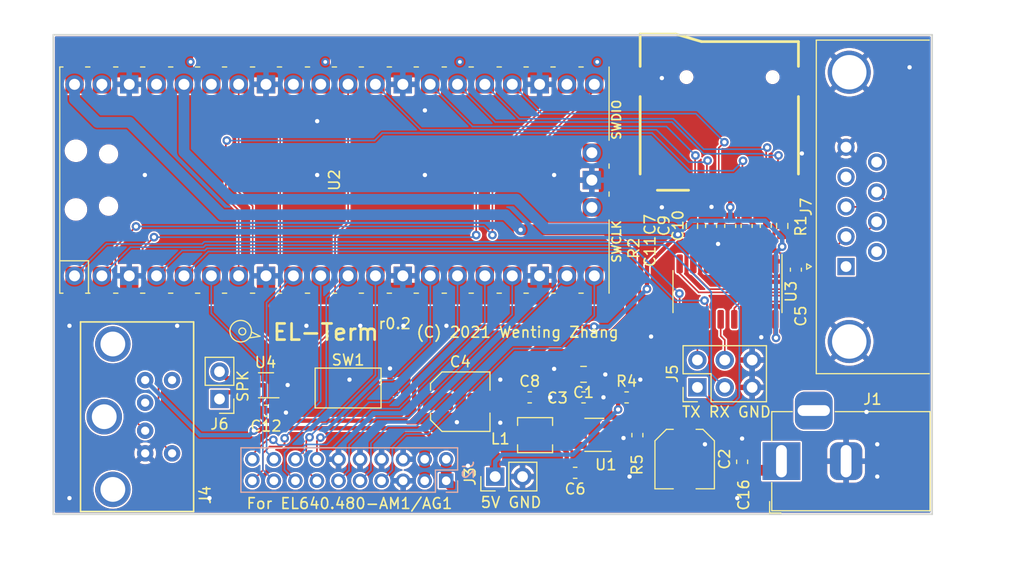
<source format=kicad_pcb>
(kicad_pcb (version 20210228) (generator pcbnew)
  (layers (0 "F.Cu" signal) (31 "B.Cu" signal) (34 "B.Paste" user) (35 "F.Paste" user) (36 "B.SilkS" user "B.Silkscreen") (37 "F.SilkS" user "F.Silkscreen") (38 "B.Mask" user) (39 "F.Mask" user) (44 "Edge.Cuts" user))
  (net 0 "")
  (net 1 "Net-(C5-Pad2)")
  (net 2 "Net-(C9-Pad2)")
  (net 3 "Net-(C9-Pad1)")
  (net 4 "Net-(C10-Pad2)")
  (net 5 "Net-(C11-Pad2)")
  (net 6 "/SWCLK")
  (net 7 "/SWDIO")
  (net 8 "+3V3")
  (net 9 "/UD1")
  (net 10 "/UD2")
  (net 11 "+12V")
  (net 12 "/UD3")
  (net 13 "Net-(C5-Pad1)")
  (net 14 "Net-(C6-Pad2)")
  (net 15 "Net-(C6-Pad1)")
  (net 16 "+5V")
  (net 17 "/LD1")
  (net 18 "/LD2")
  (net 19 "/LD3")
  (net 20 "/KBCLK")
  (net 21 "Net-(J5-Pad4)")
  (net 22 "/UART0_RX")
  (net 23 "/HSYNC")
  (net 24 "/VSYNC")
  (net 25 "Net-(J5-Pad2)")
  (net 26 "/UART0_TX")
  (net 27 "Net-(J6-Pad2)")
  (net 28 "Net-(J6-Pad1)")
  (net 29 "Net-(J7-Pad8)")
  (net 30 "Net-(J7-Pad7)")
  (net 31 "Net-(R4-Pad1)")
  (net 32 "Net-(J7-Pad3)")
  (net 33 "Net-(J7-Pad2)")
  (net 34 "/SD_DAT2")
  (net 35 "/SD_DAT3")
  (net 36 "/SD_CMD")
  (net 37 "/SD_CLK")
  (net 38 "/SD_DAT0")
  (net 39 "/RUN")
  (net 40 "unconnected-(U2-Pad31)")
  (net 41 "/PWM1")
  (net 42 "/PWM0")
  (net 45 "/VSYS")
  (net 46 "/UART0_CTS")
  (net 47 "GND")
  (net 48 "/SD_DAT1")
  (net 49 "/UD0")
  (net 50 "/LD0")
  (net 51 "/VCLK")
  (net 52 "/UART0_RTS")
  (net 53 "/KBDAT")
  (footprint "Capacitor_SMD:C_0603_1608Metric" (layer "F.Cu") (at 123.952 120.65)
    (fp_text reference "C6")
    (fp_text value "100nF")
  )
  (footprint "Capacitor_SMD:C_0603_1608Metric" (layer "F.Cu") (at 119.73 113.65 180)
    (fp_text reference "C8")
    (fp_text value "10uF")
  )
  (footprint "Capacitor_SMD:C_0603_1608Metric" (layer "F.Cu") (at 139.453331 119.628 -90)
    (fp_text reference "C16")
    (fp_text value "100nF")
  )
  (footprint "Inductor_SMD:L_Vishay_IHLP-1212" (layer "F.Cu") (at 120.23 117.15 180)
    (fp_text reference "L1")
    (fp_text value "4.7uH")
  )
  (footprint "Resistor_SMD:R_0603_1608Metric" (layer "F.Cu") (at 128.73 113.65 180)
    (fp_text reference "R4")
    (fp_text value "200K")
  )
  (footprint "Resistor_SMD:R_0603_1608Metric" (layer "F.Cu") (at 129.73 117.15 90)
    (fp_text reference "R5")
    (fp_text value "27K")
  )
  (footprint "Package_TO_SOT_SMD:TSOT-23-6" (layer "F.Cu") (at 125.73 117.15 180)
    (fp_text reference "U1")
    (fp_text value "SY8120")
  )
  (footprint "Connector_BarrelJack:BarrelJack_Horizontal" (layer "F.Cu") (at 143.105331 119.5695 180)
    (fp_text reference "J1")
    (fp_text value "Barrel_Jack_Switch")
  )
  (footprint "Capacitor_SMD:C_0603_1608Metric" (layer "F.Cu") (at 124.73 113.65 180)
    (fp_text reference "C3")
    (fp_text value "100nF")
  )
  (footprint "Package_SO:SO-16_3.9x9.9mm_P1.27mm" (layer "F.Cu") (at 138.095331 103.824 -90)
    (fp_text reference "U3")
    (fp_text value "MAX3232")
  )
  (footprint "Resistor_SMD:R_0603_1608Metric" (layer "F.Cu") (at 134.793331 97.728 90)
    (fp_text reference "R2")
    (fp_text value "10K")
  )
  (footprint "Capacitor_SMD:C_0603_1608Metric" (layer "F.Cu") (at 144.445331 101.792 90)
    (fp_text reference "C5")
    (fp_text value "100nF")
  )
  (footprint "Capacitor_SMD:C_0603_1608Metric" (layer "F.Cu") (at 138.349331 97.728 -90)
    (fp_text reference "C7")
    (fp_text value "10uF")
  )
  (footprint "Connector_PinHeader_2.54mm:PinHeader_1x02_P2.54mm_Vertical" (layer "F.Cu") (at 116.525 121 90)
    (fp_text reference "J3")
    (fp_text value "Conn_01x02")
  )
  (footprint "footprints:RPi_Pico_SMD_TH" (layer "F.Cu") (at 101.6 93.472 90)
    (fp_text reference "U2")
    (fp_text value "Pico")
  )
  (footprint "Button_Switch_SMD:SW_SPST_CK_RS282G05A3" (layer "F.Cu") (at 102.87 112.776)
    (fp_text reference "SW1")
    (fp_text value "SW_Push")
  )
  (footprint "footprints:MINI-DIN-6-FULL-SHIELD" (layer "F.Cu") (at 75.5295 115.441 90)
    (fp_text reference "J4")
    (fp_text value "Mini-DIN-6" hide)
  )
  (footprint "Connector_PinHeader_2.54mm:PinHeader_2x03_P2.54mm_Vertical" (layer "F.Cu") (at 135.301331 112.719 90)
    (fp_text reference "J5")
    (fp_text value "Conn_02x03_Odd_Even")
  )
  (footprint "Capacitor_SMD:C_0603_1608Metric" (layer "F.Cu") (at 139.873331 97.728 90)
    (fp_text reference "C9")
    (fp_text value "100nF")
  )
  (footprint "Capacitor_SMD:C_0805_2012Metric" (layer "F.Cu") (at 124.73 111.506 180)
    (fp_text reference "C1")
    (fp_text value "4.7uF")
  )
  (footprint "Connector_Dsub:DSUB-9_Male_Horizontal_P2.77x2.84mm_EdgePinOffset4.94mm_Housed_MountingHolesOffset7.48mm" (layer "F.Cu") (at 149.1 101.5 90)
    (fp_text reference "J7")
    (fp_text value "DB9_Male_MountingHoles")
  )
  (footprint "Capacitor_SMD:C_Elec_5x5.8" (layer "F.Cu") (at 113.284 114.046)
    (fp_text reference "C4")
    (fp_text value "47uF")
  )
  (footprint "Capacitor_SMD:C_Elec_5x5.8" (layer "F.Cu") (at 134.119331 119.374 -90)
    (fp_text reference "C2")
    (fp_text value "47uF")
  )
  (footprint "Capacitor_SMD:C_0603_1608Metric" (layer "F.Cu") (at 95.25 114.88 180)
    (fp_text reference "C12")
    (fp_text value "100nF")
  )
  (footprint "Resistor_SMD:R_0603_1608Metric" (layer "F.Cu") (at 143.175331 97.728 90)
    (fp_text reference "R1")
    (fp_text value "10K")
  )
  (footprint "Connector_PinHeader_2.54mm:PinHeader_1x02_P2.54mm_Vertical" (layer "F.Cu") (at 90.932 113.797 180)
    (fp_text reference "J6")
    (fp_text value "Conn_01x02")
  )
  (footprint "Capacitor_SMD:C_0603_1608Metric" (layer "F.Cu") (at 136.571331 97.728 -90)
    (fp_text reference "C11")
    (fp_text value "100nF")
  )
  (footprint "Capacitor_SMD:C_0603_1608Metric" (layer "F.Cu") (at 141.651331 97.728 -90)
    (fp_text reference "C10")
    (fp_text value "100nF")
  )
  (footprint "Package_TO_SOT_SMD:SOT-363_SC-70-6" (layer "F.Cu") (at 95.25 112.522 180)
    (fp_text reference "U4")
    (fp_text value "NC7WZ16P6X")
  )
  (footprint "footprints:TFC-WPAPR-08" (layer "F.Cu") (at 137.333331 87.163505 90)
    (fp_text reference "MICRO_SD1" hide)
    (fp_text value "MICRO_SD(TFC-WPAPR-08)")
  )
  (footprint "Connector_PinHeader_2.00mm:PinHeader_2x10_P2.00mm_Vertical" (layer "B.Cu") (at 111.98 121.39 90)
    (fp_text reference "J2")
    (fp_text value "Conn_02x10_Odd_Even")
  )
  (gr_line (start 94.7 107.975) (end 93.675 108.125) (layer "F.SilkS") (width 0.12))
  (gr_circle (center 93.05 107.524845) (end 93.37 107.524845) (layer "F.SilkS") (width 0.12) (fill none))
  (gr_line (start 93.9 107.575) (end 94.7 107.975) (layer "F.SilkS") (width 0.12))
  (gr_circle (center 92.9 107.5) (end 93.9 107.5) (layer "F.SilkS") (width 0.12) (fill none))
  (gr_line (start 75.5 124.5) (end 157.1 124.5) (layer "Edge.Cuts") (width 0.15))
  (gr_line (start 157.1 79.978) (end 75.5 79.978) (layer "Edge.Cuts") (width 0.15))
  (gr_line (start 157.1 124.5) (end 157.1 79.978) (layer "Edge.Cuts") (width 0.15))
  (gr_line (start 75.5 79.978) (end 75.5 124.5) (layer "Edge.Cuts") (width 0.15))
  (gr_text "For EL640.480-AM1/AG1" (at 103 123.5) (layer "F.SilkS") (effects (font (size 1 1))))
  (gr_text "TX RX GND" (at 138 115) (layer "F.SilkS") (effects (font (size 1 1))))
  (gr_text "SPK" (at 93.1 112.6 90) (layer "F.SilkS") (effects (font (size 1 1))))
  (gr_text "EL-Term" (at 100.8 107.6) (layer "F.SilkS") (effects (font (size 1.5 1.5) (thickness 0.25))))
  (gr_text "(C) 2021 Wenting Zhang" (at 118.6 107.6) (layer "F.SilkS") (effects (font (size 1 1))))
  (gr_text "r0.2" (at 107.2 106.8) (layer "F.SilkS") (effects (font (size 1 1))))
  (gr_text "5V GND" (at 118 123.4) (layer "F.SilkS") (effects (font (size 1 1))))
  (segment (start 144.445331 101.017) (end 142.772331 101.017) (width 0.4) (layer "F.Cu") (net 1))
  (segment (start 142.772331 101.017) (end 142.540331 101.249) (width 0.4) (layer "F.Cu") (net 1))
  (segment (start 140.72 97.799669) (end 139.873331 96.953) (width 0.4) (layer "F.Cu") (net 2))
  (segment (start 138.730331 100.934202) (end 140.72 98.944533) (width 0.4) (layer "F.Cu") (net 2))
  (segment (start 138.730331 101.249) (end 138.730331 100.934202) (width 0.4) (layer "F.Cu") (net 2))
  (segment (start 140.72 98.944533) (end 140.72 97.799669) (width 0.4) (layer "F.Cu") (net 2))
  (segment (start 138.766331 99.61) (end 138.09 99.61) (width 0.4) (layer "F.Cu") (net 3))
  (segment (start 137.460331 100.239669) (end 137.460331 101.249) (width 0.4) (layer "F.Cu") (net 3))
  (segment (start 138.09 99.61) (end 137.460331 100.239669) (width 0.4) (layer "F.Cu") (net 3))
  (segment (start 139.873331 98.503) (end 138.766331 99.61) (width 0.4) (layer "F.Cu") (net 3))
  (segment (start 141.270331 99.689669) (end 141.270331 101.249) (width 0.4) (layer "F.Cu") (net 4))
  (segment (start 141.651331 99.308669) (end 141.270331 99.689669) (width 0.4) (layer "F.Cu") (net 4))
  (segment (start 141.651331 98.503) (end 141.651331 99.308669) (width 0.4) (layer "F.Cu") (net 4))
  (segment (start 136.571331 98.503) (end 136.190331 98.884) (width 0.4) (layer "F.Cu") (net 5))
  (segment (start 136.190331 98.884) (end 136.190331 101.249) (width 0.4) (layer "F.Cu") (net 5))
  (segment (start 94.3 112.522) (end 95.092 112.522) (width 0.4) (layer "F.Cu") (net 8))
  (segment (start 143.17 98.558331) (end 143.175331 98.553) (width 0.4) (layer "F.Cu") (net 8))
  (segment (start 95.092 113.53502) (end 94.475 114.15202) (width 0.4) (layer "F.Cu") (net 8))
  (segment (start 142.540331 108.060331) (end 142.6 108.12) (width 0.4) (layer "F.Cu") (net 8))
  (segment (start 130.62 103.58) (end 130.62 101.4) (width 0.4) (layer "F.Cu") (net 8))
  (segment (start 133.533 98.553) (end 133.5 98.52) (width 0.4) (layer "F.Cu") (net 8))
  (segment (start 94.475 114.15202) (end 94.475 115.062) (width 0.4) (layer "F.Cu") (net 8))
  (segment (start 138.349331 94.570145) (end 138.382351 94.537125) (width 0.4) (layer "F.Cu") (net 8))
  (segment (start 113.87 107.08) (end 125.71 107.08) (width 0.4) (layer "F.Cu") (net 8))
  (segment (start 109 114.84) (end 109 111.95) (width 0.4) (layer "F.Cu") (net 8))
  (segment (start 134.793331 98.553) (end 133.533 98.553) (width 0.4) (layer "F.Cu") (net 8))
  (segment (start 108.029989 115.810011) (end 109 114.84) (width 0.4) (layer "F.Cu") (net 8))
  (segment (start 94.475 115.062) (end 95.223011 115.810011) (width 0.4) (layer "F.Cu") (net 8))
  (segment (start 109 111.95) (end 113.87 107.08) (width 0.4) (layer "F.Cu") (net 8))
  (segment (start 130.62 101.4) (end 133.5 98.52) (width 0.4) (layer "F.Cu") (net 8))
  (segment (start 95.223011 115.810011) (end 108.029989 115.810011) (width 0.4) (layer "F.Cu") (net 8))
  (segment (start 143.17 99.65) (end 143.17 98.558331) (width 0.4) (layer "F.Cu") (net 8))
  (segment (start 138.349331 96.953) (end 138.349331 94.570145) (width 0.4) (layer "F.Cu") (net 8))
  (segment (start 142.540331 106.399) (end 142.540331 108.060331) (width 0.4) (layer "F.Cu") (net 8))
  (segment (start 95.092 112.522) (end 95.092 113.53502) (width 0.4) (layer "F.Cu") (net 8))
  (via (at 125.71 107.08) (size 0.8) (drill 0.4) (layers "F.Cu" "B.Cu") (net 8))
  (via (at 88.25 82.5) (size 0.75) (drill 0.35) (layers "F.Cu" "B.Cu") (net 8))
  (via (at 133.5 98.52) (size 0.8) (drill 0.4) (layers "F.Cu" "B.Cu") (net 8))
  (via (at 138.349331 95.990669) (size 0.8) (drill 0.4) (layers "F.Cu" "B.Cu") (net 8))
  (via (at 143.17 99.65) (size 0.8) (drill 0.4) (layers "F.Cu" "B.Cu") (net 8))
  (via (at 130.62 103.58) (size 0.8) (drill 0.4) (layers "F.Cu" "B.Cu") (net 8))
  (via (at 142.6 108.12) (size 0.8) (drill 0.4) (layers "F.Cu" "B.Cu") (net 8))
  (segment (start 141.58 97.24) (end 143.17 98.83) (width 0.4) (layer "B.Cu") (net 8))
  (segment (start 87.63 84.582) (end 87.63 90.86) (width 1) (layer "B.Cu") (net 8))
  (segment (start 134.78 97.24) (end 138.2 97.24) (width 0.4) (layer "B.Cu") (net 8))
  (segment (start 138.349331 95.990669) (end 138.349331 97.090669) (width 0.4) (layer "B.Cu") (net 8))
  (segment (start 87.63 90.86) (end 92.02 95.25) (width 1) (layer "B.Cu") (net 8))
  (segment (start 133.5 98.52) (end 134.78 97.24) (width 0.4) (layer "B.Cu") (net 8))
  (segment (start 138.2 97.24) (end 141.58 97.24) (width 0.4) (layer "B.Cu") (net 8))
  (segment (start 130.62 103.58) (end 127.12 107.08) (width 0.4) (layer "B.Cu") (net 8))
  (segment (start 127.12 107.08) (end 125.71 107.08) (width 0.4) (layer "B.Cu") (net 8))
  (segment (start 143.17 98.83) (end 143.17 99.65) (width 0.4) (layer "B.Cu") (net 8))
  (segment (start 138.349331 97.090669) (end 138.2 97.24) (width 0.4) (layer "B.Cu") (net 8))
  (segment (start 142.6 108.12) (end 142.6 100.22) (width 0.4) (layer "B.Cu") (net 8))
  (segment (start 118.5 95.25) (end 121.24 97.99) (width 1) (layer "B.Cu") (net 8))
  (segment (start 92.02 95.25) (end 118.5 95.25) (width 1) (layer "B.Cu") (net 8))
  (segment (start 132.97 97.99) (end 133.5 98.52) (width 1) (layer "B.Cu") (net 8))
  (segment (start 121.24 97.99) (end 132.97 97.99) (width 1) (layer "B.Cu") (net 8))
  (segment (start 142.6 100.22) (end 143.17 99.65) (width 0.4) (layer "B.Cu") (net 8))
  (segment (start 96.98 117.445) (end 96.98 117.92) (width 0.15) (layer "F.Cu") (net 9))
  (segment (start 94.96 118.83) (end 94.96 120.41) (width 0.15) (layer "F.Cu") (net 9))
  (segment (start 95.58 118.21) (end 94.96 118.83) (width 0.15) (layer "F.Cu") (net 9))
  (segment (start 96.98 117.92) (end 96.69 118.21) (width 0.15) (layer "F.Cu") (net 9))
  (segment (start 94.96 120.41) (end 93.98 121.39) (width 0.15) (layer "F.Cu") (net 9))
  (segment (start 96.69 118.21) (end 95.58 118.21) (width 0.15) (layer "F.Cu") (net 9))
  (via (at 96.98 117.445) (size 0.8) (drill 0.4) (layers "F.Cu" "B.Cu") (net 9))
  (segment (start 96.98 117.37) (end 100.33 114.02) (width 0.15) (layer "B.Cu") (net 9))
  (segment (start 96.98 117.445) (end 96.98 117.37) (width 0.15) (layer "B.Cu") (net 9))
  (segment (start 100.33 114.02) (end 100.33 102.362) (width 0.15) (layer "B.Cu") (net 9))
  (segment (start 95.3 118.71) (end 95.98 119.39) (width 0.15) (layer "B.Cu") (net 10))
  (segment (start 95.3 104.852) (end 95.3 118.71) (width 0.15) (layer "B.Cu") (net 10))
  (segment (start 97.79 102.362) (end 95.3 104.852) (width 0.15) (layer "B.Cu") (net 10))
  (segment (start 124.31 109.87) (end 123.955 110.225) (width 1) (layer "F.Cu") (net 11))
  (segment (start 124.42 116.2) (end 124.42 115.89) (width 0.4) (layer "F.Cu") (net 11))
  (segment (start 131.95 110.45) (end 131.37 109.87) (width 1) (layer "F.Cu") (net 11))
  (segment (start 123.9425 111.5185) (end 123.955 111.506) (width 0.4) (layer "F.Cu") (net 11))
  (segment (start 139.453331 120.4155) (end 142.259331 120.4155) (width 1) (layer "F.Cu") (net 11))
  (segment (start 134.119331 121.4365) (end 138.432331 121.4365) (width 1) (layer "F.Cu") (net 11))
  (segment (start 131.95 119.267169) (end 131.95 110.45) (width 1) (layer "F.Cu") (net 11))
  (segment (start 142.259331 120.4155) (end 143.105331 119.5695) (width 1) (layer "F.Cu") (net 11))
  (segment (start 132.495831 123.06) (end 113.65 123.06) (width 1) (layer "F.Cu") (net 11))
  (segment (start 131.37 109.87) (end 124.31 109.87) (width 1) (layer "F.Cu") (net 11))
  (segment (start 134.119331 121.4365) (end 131.95 119.267169) (width 1) (layer "F.Cu") (net 11))
  (segment (start 124.42 117.15) (end 124.42 116.2) (width 0.4) (layer "F.Cu") (net 11))
  (segment (start 123.955 110.225) (end 123.9425 110.2375) (width 1) (layer "F.Cu") (net 11))
  (segment (start 113.65 123.06) (end 111.98 121.39) (width 1) (layer "F.Cu") (net 11))
  (segment (start 123.9425 113.65) (end 123.9425 115.7225) (width 1) (layer "F.Cu") (net 11))
  (segment (start 123.9425 115.7225) (end 124.42 116.2) (width 1) (layer "F.Cu") (net 11))
  (segment (start 123.955 110.225) (end 123.955 111.506) (width 1) (layer "F.Cu") (net 11))
  (segment (start 138.432331 121.4365) (end 139.453331 120.4155) (width 1) (layer "F.Cu") (net 11))
  (segment (start 111.98 121.39) (end 111.98 119.39) (width 1) (layer "F.Cu") (net 11))
  (segment (start 123.9425 110.2375) (end 123.9425 113.65) (width 1) (layer "F.Cu") (net 11))
  (segment (start 132.495831 123.06) (end 134.119331 121.4365) (width 1) (layer "F.Cu") (net 11))
  (segment (start 90.17 102.362) (end 90.17 105.84) (width 0.15) (layer "B.Cu") (net 12))
  (segment (start 94.96 110.63) (end 94.96 120.37) (width 0.15) (layer "B.Cu") (net 12))
  (segment (start 90.17 105.84) (end 94.96 110.63) (width 0.15) (layer "B.Cu") (net 12))
  (segment (start 94.96 120.37) (end 95.98 121.39) (width 0.15) (layer "B.Cu") (net 12))
  (segment (start 140.58 102.91) (end 143.13 102.91) (width 0.4) (layer "F.Cu") (net 13))
  (segment (start 140.000331 101.249) (end 140.000331 102.330331) (width 0.4) (layer "F.Cu") (net 13))
  (segment (start 140.000331 102.330331) (end 140.58 102.91) (width 0.4) (layer "F.Cu") (net 13))
  (segment (start 143.473 102.567) (end 144.445331 102.567) (width 0.4) (layer "F.Cu") (net 13))
  (segment (start 143.13 102.91) (end 143.473 102.567) (width 0.4) (layer "F.Cu") (net 13))
  (segment (start 124.7395 120.65) (end 124.7395 120.1505) (width 0.4) (layer "F.Cu") (net 14))
  (segment (start 124.7395 120.1505) (end 126.79 118.1) (width 0.4) (layer "F.Cu") (net 14))
  (segment (start 126.79 118.1) (end 127.04 118.1) (width 0.4) (layer "F.Cu") (net 14))
  (segment (start 124.42 118.1) (end 122.53 118.1) (width 0.4) (layer "F.Cu") (net 15))
  (segment (start 122.53 118.1) (end 123.1645 118.7345) (width 0.4) (layer "F.Cu") (net 15))
  (segment (start 123.1645 118.7345) (end 123.1645 120.65) (width 0.4) (layer "F.Cu") (net 15))
  (segment (start 122.53 118.1) (end 121.58 117.15) (width 0.4) (layer "F.Cu") (net 15))
  (segment (start 126.82 108.5) (end 121.29 108.5) (width 1) (layer "F.Cu") (net 16))
  (segment (start 109.807 116.51) (end 110.8435 117.5465) (width 0.4) (layer "F.Cu") (net 16))
  (segment (start 94.625216 116.73) (end 94.845216 116.51) (width 0.4) (layer "F.Cu") (net 16))
  (segment (start 109.98 118.41) (end 109.98 121.39) (width 1) (layer "F.Cu") (net 16))
  (segment (start 127.9425 114.7675) (end 127.94 114.77) (width 0.4) (layer "F.Cu") (net 16))
  (segment (start 118.88 117.15) (end 118.88 113.7125) (width 1) (layer "F.Cu") (net 16))
  (segment (start 118.9425 110.8475) (end 118.9425 113.65) (width 1) (layer "F.Cu") (net 16))
  (segment (start 118.89 98.09) (end 126.85 98.09) (width 1) (layer "F.Cu") (net 16))
  (segment (start 94.845216 116.51) (end 109.807 116.51) (width 0.4) (layer "F.Cu") (net 16))
  (segment (start 110.8435 117.5465) (end 109.98 118.41) (width 1) (layer "F.Cu") (net 16))
  (segment (start 129.15 100.39) (end 129.15 106.17) (width 1) (layer "F.Cu") (net 16))
  (segment (start 94.12 116.73) (end 94.625216 116.73) (width 0.4) (layer "F.Cu") (net 16))
  (segment (start 127.9425 113.65) (end 127.9425 114.7675) (width 0.4) (layer "F.Cu") (net 16))
  (segment (start 115.3465 114.046) (end 115.3465 117.5465) (width 1) (layer "F.Cu") (net 16))
  (segment (start 118.9425 113.65) (end 115.7425 113.65) (width 1) (layer "F.Cu") (net 16))
  (segment (start 126.85 98.09) (end 129.15 100.39) (width 1) (layer "F.Cu") (net 16))
  (segment (start 118.88 113.7125) (end 118.9425 113.65) (width 1) (layer "F.Cu") (net 16))
  (segment (start 129.15 106.17) (end 126.82 108.5) (width 1) (layer "F.Cu") (net 16))
  (segment (start 116.525 119.112) (end 116.525 121) (width 1) (layer "F.Cu") (net 16))
  (segment (start 121.29 108.5) (end 118.9425 110.8475) (width 1) (layer "F.Cu") (net 16))
  (segment (start 115.7425 113.65) (end 115.3465 114.046) (width 1) (layer "F.Cu") (net 16))
  (segment (start 115.3465 117.9335) (end 116.525 119.112) (width 1) (layer "F.Cu") (net 16))
  (segment (start 115.3465 117.5465) (end 115.3465 117.9335) (width 1) (layer "F.Cu") (net 16))
  (segment (start 115.3465 117.5465) (end 110.8435 117.5465) (width 1) (layer "F.Cu") (net 16))
  (via (at 118.89 98.09) (size 0.8) (drill 0.4) (layers "F.Cu" "B.Cu") (net 16))
  (via (at 127.94 114.77) (size 0.8) (drill 0.4) (layers "F.Cu" "B.Cu") (net 16))
  (via (at 94.12 116.73) (size 0.8) (drill 0.4) (layers "F.Cu" "B.Cu") (net 16))
  (segment (start 93.69 117.16) (end 94.12 116.73) (width 0.4) (layer "B.Cu") (net 16))
  (segment (start 127.94 114.77) (end 123.75 118.96) (width 0.4) (layer "B.Cu") (net 16))
  (segment (start 116.525 119.605) (end 116.525 121) (width 0.4) (layer "B.Cu") (net 16))
  (segment (start 79.6 88.11) (end 82.57 88.11) (width 1) (layer "B.Cu") (net 16))
  (segment (start 89.1485 117.16) (end 93.69 117.16) (width 0.4) (layer "B.Cu") (net 16))
  (segment (start 77.47 84.582) (end 77.47 85.98) (width 1) (layer "B.Cu") (net 16))
  (segment (start 117.49 96.69) (end 118.89 98.09) (width 1) (layer "B.Cu") (net 16))
  (segment (start 82.57 88.11) (end 91.15 96.69) (width 1) (layer "B.Cu") (net 16))
  (segment (start 123.75 118.96) (end 117.17 118.96) (width 0.4) (layer "B.Cu") (net 16))
  (segment (start 77.47 85.98) (end 79.6 88.11) (width 1) (layer "B.Cu") (net 16))
  (segment (start 84.0295 112.041) (end 89.1485 117.16) (width 0.4) (layer "B.Cu") (net 16))
  (segment (start 91.15 96.69) (end 117.49 96.69) (width 1) (layer "B.Cu") (net 16))
  (segment (start 117.17 118.96) (end 116.525 119.605) (width 0.4) (layer "B.Cu") (net 16))
  (segment (start 106.69 114.1) (end 113.03 107.76) (width 0.15) (layer "B.Cu") (net 17))
  (segment (start 98.645708 118.3) (end 98.925728 118.01998) (width 0.15) (layer "B.Cu") (net 17))
  (segment (start 97.98 121.39) (end 96.97 120.38) (width 0.15) (layer "B.Cu") (net 17))
  (segment (start 96.97 118.79) (end 97.46 118.3) (width 0.15) (layer "B.Cu") (net 17))
  (segment (start 97.46 118.3) (end 98.645708 118.3) (width 0.15) (layer "B.Cu") (net 17))
  (segment (start 100.88002 118.01998) (end 104.8 114.1) (width 0.15) (layer "B.Cu") (net 17))
  (segment (start 98.925728 118.01998) (end 100.88002 118.01998) (width 0.15) (layer "B.Cu") (net 17))
  (segment (start 113.03 107.76) (end 113.03 102.362) (width 0.15) (layer "B.Cu") (net 17))
  (segment (start 104.8 114.1) (end 106.69 114.1) (width 0.15) (layer "B.Cu") (net 17))
  (segment (start 96.97 120.38) (end 96.97 118.79) (width 0.15) (layer "B.Cu") (net 17))
  (segment (start 99.98 117.7) (end 99.98 119.39) (width 0.15) (layer "F.Cu") (net 18))
  (segment (start 100.3 117.38) (end 99.98 117.7) (width 0.15) (layer "F.Cu") (net 18))
  (via (at 100.3 117.38) (size 0.8) (drill 0.4) (layers "F.Cu" "B.Cu") (net 18))
  (segment (start 110.51 102.382) (end 110.49 102.362) (width 0.15) (layer "B.Cu") (net 18))
  (segment (start 110.51 108.51) (end 110.51 102.382) (width 0.15) (layer "B.Cu") (net 18))
  (segment (start 100.71 117.38) (end 106.05 112.04) (width 0.15) (layer "B.Cu") (net 18))
  (segment (start 106.98 112.04) (end 110.51 108.51) (width 0.15) (layer "B.Cu") (net 18))
  (segment (start 106.05 112.04) (end 106.98 112.04) (width 0.15) (layer "B.Cu") (net 18))
  (segment (start 100.3 117.38) (end 100.71 117.38) (width 0.15) (layer "B.Cu") (net 18))
  (segment (start 99.29 117.35) (end 98.99 117.65) (width 0.15) (layer "F.Cu") (net 19))
  (segment (start 98.99 120.4) (end 99.98 121.39) (width 0.15) (layer "F.Cu") (net 19))
  (segment (start 98.99 117.65) (end 98.99 120.4) (width 0.15) (layer "F.Cu") (net 19))
  (via (at 99.29 117.35) (size 0.8) (drill 0.4) (layers "F.Cu" "B.Cu") (net 19))
  (segment (start 100.88 116.12) (end 105.41 111.59) (width 0.15) (layer "B.Cu") (net 19))
  (segment (start 99.29 117.35) (end 99.29 117.3) (width 0.15) (layer "B.Cu") (net 19))
  (segment (start 99.29 117.3) (end 100.47 116.12) (width 0.15) (layer "B.Cu") (net 19))
  (segment (start 105.41 111.59) (end 105.41 102.362) (width 0.15) (layer "B.Cu") (net 19))
  (segment (start 100.47 116.12) (end 100.88 116.12) (width 0.15) (layer "B.Cu") (net 19))
  (segment (start 85.27 110.93) (end 83.79 109.45) (width 0.15) (layer "F.Cu") (net 20))
  (segment (start 83.79 109.45) (end 83.79 99.83) (width 0.15) (layer "F.Cu") (net 20))
  (segment (start 123.19 84.582) (end 114.763841 93.008159) (width 0.15) (layer "F.Cu") (net 20))
  (segment (start 114.763841 93.008159) (end 114.763841 98.574957) (width 0.15) (layer "F.Cu") (net 20))
  (segment (start 85.27 117.5815) (end 85.27 110.93) (width 0.15) (layer "F.Cu") (net 20))
  (segment (start 83.79 99.83) (end 84.85 98.77) (width 0.15) (layer "F.Cu") (net 20))
  (segment (start 86.5295 118.841) (end 85.27 117.5815) (width 0.15) (layer "F.Cu") (net 20))
  (via (at 114.763841 98.574957) (size 0.8) (drill 0.4) (layers "F.Cu" "B.Cu") (net 20))
  (via (at 84.85 98.77) (size 0.8) (drill 0.4) (layers "F.Cu" "B.Cu") (net 20))
  (segment (start 114.568798 98.77) (end 114.763841 98.574957) (width 0.15) (layer "B.Cu") (net 20))
  (segment (start 84.85 98.77) (end 114.568798 98.77) (width 0.15) (layer "B.Cu") (net 20))
  (segment (start 137.841331 110.179) (end 137.841331 108.32) (width 0.15) (layer "F.Cu") (net 21))
  (segment (start 137.841331 108.32) (end 137.460331 107.939) (width 0.15) (layer "F.Cu") (net 21))
  (segment (start 137.460331 107.939) (end 137.460331 106.399) (width 0.15) (layer "F.Cu") (net 21))
  (segment (start 80.01 102.362) (end 82.672022 99.699978) (width 0.15) (layer "B.Cu") (net 22))
  (segment (start 132.231309 99.499978) (end 136.589331 103.858) (width 0.15) (layer "B.Cu") (net 22))
  (segment (start 82.672022 99.699978) (end 89.443464 99.699978) (width 0.15) (layer "B.Cu") (net 22))
  (segment (start 136.589331 111.467) (end 137.841331 112.719) (width 0.15) (layer "B.Cu") (net 22))
  (segment (start 136.589331 103.858) (end 136.589331 111.467) (width 0.15) (layer "B.Cu") (net 22))
  (segment (start 89.443464 99.699978) (end 89.643464 99.499978) (width 0.15) (layer "B.Cu") (net 22))
  (segment (start 132.231309 99.499978) (end 134.709309 101.977978) (width 0.15) (layer "B.Cu") (net 22))
  (segment (start 89.643464 99.499978) (end 132.231309 99.499978) (width 0.15) (layer "B.Cu") (net 22))
  (segment (start 109.232 116.32) (end 106.57 116.32) (width 0.15) (layer "B.Cu") (net 23))
  (segment (start 104.99 120.38) (end 103.98 121.39) (width 0.15) (layer "B.Cu") (net 23))
  (segment (start 123.19 102.362) (end 109.232 116.32) (width 0.15) (layer "B.Cu") (net 23))
  (segment (start 106.57 116.32) (end 104.99 117.9) (width 0.15) (layer "B.Cu") (net 23))
  (segment (start 104.99 117.9) (end 104.99 120.38) (width 0.15) (layer "B.Cu") (net 23))
  (segment (start 125.73 106.06) (end 122.68 109.11) (width 0.15) (layer "B.Cu") (net 24))
  (segment (start 122.68 109.11) (end 118.24 109.11) (width 0.15) (layer "B.Cu") (net 24))
  (segment (start 118.24 109.11) (end 110.29 117.06) (width 0.15) (layer "B.Cu") (net 24))
  (segment (start 110.29 117.06) (end 108.23 117.06) (width 0.15) (layer "B.Cu") (net 24))
  (segment (start 106.98 120.39) (end 105.98 121.39) (width 0.15) (layer "B.Cu") (net 24))
  (segment (start 106.98 118.31) (end 106.98 120.39) (width 0.15) (layer "B.Cu") (net 24))
  (segment (start 108.23 117.06) (end 106.98 118.31) (width 0.15) (layer "B.Cu") (net 24))
  (segment (start 125.73 102.362) (end 125.73 106.06) (width 0.15) (layer "B.Cu") (net 24))
  (segment (start 135.301331 110.179) (end 135.301331 108.8) (width 0.15) (layer "F.Cu") (net 25))
  (segment (start 134.920331 108.419) (end 134.920331 106.399) (width 0.15) (layer "F.Cu") (net 25))
  (segment (start 135.301331 108.8) (end 134.920331 108.419) (width 0.15) (layer "F.Cu") (net 25))
  (segment (start 139.199331 105.308) (end 139.199331 113.628) (width 0.15) (layer "B.Cu") (net 26))
  (segment (start 139.199331 113.628) (end 138.569331 114.258) (width 0.15) (layer "B.Cu") (net 26))
  (segment (start 80.432033 99.399967) (end 89.319195 99.399967) (width 0.15) (layer "B.Cu") (net 26))
  (segment (start 133.091298 99.199967) (end 135.569298 101.677967) (width 0.15) (layer "B.Cu") (net 26))
  (segment (start 133.091298 99.199967) (end 139.199331 105.308) (width 0.15) (layer "B.Cu") (net 26))
  (segment (start 138.569331 114.258) (end 136.840331 114.258) (width 0.15) (layer "B.Cu") (net 26))
  (segment (start 89.319195 99.399967) (end 89.519197 99.199967) (width 0.15) (layer "B.Cu") (net 26))
  (segment (start 136.840331 114.258) (end 135.301331 112.719) (width 0.15) (layer "B.Cu") (net 26))
  (segment (start 89.519197 99.199967) (end 133.091298 99.199967) (width 0.15) (layer "B.Cu") (net 26))
  (segment (start 77.47 102.362) (end 80.432033 99.399967) (width 0.15) (layer "B.Cu") (net 26))
  (segment (start 94.3 111.872) (end 91.547 111.872) (width 0.4) (layer "F.Cu") (net 27))
  (segment (start 91.547 111.872) (end 90.932 111.257) (width 0.4) (layer "F.Cu") (net 27))
  (segment (start 94.3 113.172) (end 91.557 113.172) (width 0.4) (layer "F.Cu") (net 28))
  (segment (start 91.557 113.172) (end 90.932 113.797) (width 0.4) (layer "F.Cu") (net 28))
  (segment (start 140.000331 105.397) (end 140.649331 104.748) (width 0.15) (layer "F.Cu") (net 29))
  (segment (start 140.000331 106.399) (end 140.000331 105.397) (width 0.15) (layer "F.Cu") (net 29))
  (segment (start 153.009331 104.748) (end 154.229342 103.527989) (width 0.15) (layer "F.Cu") (net 29))
  (segment (start 154.229342 103.527989) (end 154.229342 96.864342) (width 0.15) (layer "F.Cu") (net 29))
  (segment (start 154.229342 96.864342) (end 151.94 94.575) (width 0.15) (layer "F.Cu") (net 29))
  (segment (start 140.649331 104.748) (end 153.009331 104.748) (width 0.15) (layer "F.Cu") (net 29))
  (segment (start 133.650331 101.249) (end 133.650331 102.124) (width 0.15) (layer "F.Cu") (net 30))
  (segment (start 150.549331 98.735669) (end 151.94 97.345) (width 0.15) (layer "F.Cu") (net 30))
  (segment (start 150.549331 102.578) (end 150.549331 98.735669) (width 0.15) (layer "F.Cu") (net 30))
  (segment (start 145.8136 103.898011) (end 145.8736 103.838011) (width 0.15) (layer "F.Cu") (net 30))
  (segment (start 133.650331 102.124) (end 135.424342 103.898011) (width 0.15) (layer "F.Cu") (net 30))
  (segment (start 135.424342 103.898011) (end 145.8136 103.898011) (width 0.15) (layer "F.Cu") (net 30))
  (segment (start 145.8736 103.838011) (end 149.28932 103.838011) (width 0.15) (layer "F.Cu") (net 30))
  (segment (start 149.28932 103.838011) (end 150.549331 102.578) (width 0.15) (layer "F.Cu") (net 30))
  (segment (start 129.5175 113.65) (end 129.5175 116.15) (width 0.4) (layer "F.Cu") (net 31))
  (segment (start 127.2025 116.3625) (end 127.04 116.2) (width 0.4) (layer "F.Cu") (net 31))
  (segment (start 129.5175 116.15) (end 129.73 116.3625) (width 0.4) (layer "F.Cu") (net 31))
  (segment (start 129.73 116.3625) (end 127.2025 116.3625) (width 0.4) (layer "F.Cu") (net 31))
  (segment (start 139.899309 104.198022) (end 138.730331 105.367) (width 0.15) (layer "F.Cu") (net 32))
  (segment (start 149.1 95.96) (end 152.371331 95.96) (width 0.15) (layer "F.Cu") (net 32))
  (segment (start 152.409331 104.148) (end 148.769331 104.148) (width 0.15) (layer "F.Cu") (net 32))
  (segment (start 152.359309 104.198022) (end 139.899309 104.198022) (width 0.15) (layer "F.Cu") (net 32))
  (segment (start 153.339331 103.218) (end 152.409331 104.148) (width 0.15) (layer "F.Cu") (net 32))
  (segment (start 138.730331 105.367) (end 138.730331 106.399) (width 0.15) (layer "F.Cu") (net 32))
  (segment (start 153.339331 96.928) (end 153.339331 103.218) (width 0.15) (layer "F.Cu") (net 32))
  (segment (start 152.371331 95.96) (end 153.339331 96.928) (width 0.15) (layer "F.Cu") (net 32))
  (segment (start 152.409331 104.148) (end 152.359309 104.198022) (width 0.15) (layer "F.Cu") (net 32))
  (segment (start 136.389331 103.598) (end 134.920331 102.129) (width 0.15) (layer "F.Cu") (net 33))
  (segment (start 149.1 98.73) (end 147.019331 100.810668) (width 0.15) (layer "F.Cu") (net 33))
  (segment (start 147.019331 100.810668) (end 147.019331 102.268) (width 0.15) (layer "F.Cu") (net 33))
  (segment (start 145.689331 103.598) (end 136.389331 103.598) (width 0.15) (layer "F.Cu") (net 33))
  (segment (start 147.019331 102.268) (end 145.689331 103.598) (width 0.15) (layer "F.Cu") (net 33))
  (segment (start 134.920331 102.129) (end 134.920331 101.249) (width 0.15) (layer "F.Cu") (net 33))
  (segment (start 147.019331 100.810668) (end 147.019331 101.388) (width 0.15) (layer "F.Cu") (net 33))
  (segment (start 134.793331 96.903) (end 134.793331 94.829225) (width 0.15) (layer "F.Cu") (net 34))
  (segment (start 135.085431 91.216499) (end 135.11894 91.18299) (width 0.15) (layer "F.Cu") (net 34))
  (segment (start 134.793331 94.829225) (end 135.085431 94.537125) (width 0.15) (layer "F.Cu") (net 34))
  (segment (start 135.085431 94.537125) (end 135.085431 91.216499) (width 0.15) (layer "F.Cu") (net 34))
  (via (at 135.11894 91.18299) (size 0.8) (drill 0.4) (layers "F.Cu" "B.Cu") (net 34))
  (segment (start 110.49 84.582) (end 114.407978 88.499978) (width 0.15) (layer "B.Cu") (net 34))
  (segment (start 132.435928 88.499978) (end 135.11894 91.18299) (width 0.15) (layer "B.Cu") (net 34))
  (segment (start 114.407978 88.499978) (end 132.435928 88.499978) (width 0.15) (layer "B.Cu") (net 34))
  (segment (start 134.94393 91.358) (end 135.11894 91.18299) (width 0.15) (layer "B.Cu") (net 34))
  (segment (start 136.249331 91.658) (end 136.185251 91.72208) (width 0.15) (layer "F.Cu") (net 35))
  (segment (start 136.185251 91.72208) (end 136.185251 94.537125) (width 0.15) (layer "F.Cu") (net 35))
  (via (at 136.249331 91.658) (size 0.8) (drill 0.4) (layers "F.Cu" "B.Cu") (net 35))
  (segment (start 131.499989 88.799989) (end 134.508001 91.808001) (width 0.15) (layer "B.Cu") (net 35))
  (segment (start 109.627989 88.799989) (end 131.499989 88.799989) (width 0.15) (layer "B.Cu") (net 35))
  (segment (start 134.508001 91.808001) (end 136.09933 91.808001) (width 0.15) (layer "B.Cu") (net 35))
  (segment (start 105.41 84.582) (end 109.627989 88.799989) (width 0.15) (layer "B.Cu") (net 35))
  (segment (start 136.099331 91.808) (end 136.249331 91.658) (width 0.15) (layer "B.Cu") (net 35))
  (segment (start 136.09933 91.808001) (end 136.249331 91.658) (width 0.15) (layer "B.Cu") (net 35))
  (segment (start 137.285071 90.478771) (end 137.810852 89.95299) (width 0.15) (layer "F.Cu") (net 36))
  (segment (start 137.285071 94.537125) (end 137.285071 90.478771) (width 0.15) (layer "F.Cu") (net 36))
  (via (at 137.810852 89.95299) (size 0.8) (drill 0.4) (layers "F.Cu" "B.Cu") (net 36))
  (segment (start 118.11 84.582) (end 120.828 87.3) (width 0.15) (layer "B.Cu") (net 36))
  (segment (start 135.157862 87.3) (end 137.810852 89.95299) (width 0.15) (layer "B.Cu") (net 36))
  (segment (start 120.828 87.3) (end 135.157862 87.3) (width 0.15) (layer "B.Cu") (net 36))
  (segment (start 92.71 102.362) (end 92.71 96.28) (width 0.15) (layer "F.Cu") (net 37))
  (segment (start 92.71 96.28) (end 91.52 95.09) (width 0.15) (layer "F.Cu") (net 37))
  (segment (start 91.52 95.09) (end 91.52 89.89) (width 0.15) (layer "F.Cu") (net 37))
  (segment (start 139.482171 91.736152) (end 139.535313 91.68301) (width 0.15) (layer "F.Cu") (net 37))
  (segment (start 139.482171 94.537125) (end 139.482171 91.736152) (width 0.15) (layer "F.Cu") (net 37))
  (segment (start 91.52 89.89) (end 91.61 89.8) (width 0.15) (layer "F.Cu") (net 37))
  (via (at 91.61 89.8) (size 0.8) (drill 0.4) (layers "F.Cu" "B.Cu") (net 37))
  (via (at 139.535313 91.68301) (size 0.8) (drill 0.4) (layers "F.Cu" "B.Cu") (net 37))
  (segment (start 106.04 89.1) (end 131.1 89.1) (width 0.15) (layer "B.Cu") (net 37))
  (segment (start 105.334999 89.805001) (end 91.615001 89.805001) (width 0.15) (layer "B.Cu") (net 37))
  (segment (start 105.334999 89.805001) (end 106.04 89.1) (width 0.15) (layer "B.Cu") (net 37))
  (segment (start 105.266999 89.805001) (end 105.334999 89.805001) (width 0.15) (layer "B.Cu") (net 37))
  (segment (start 138.618323 92.6) (end 139.535313 91.68301) (width 0.15) (layer "B.Cu") (net 37))
  (segment (start 134.6 92.6) (end 138.618323 92.6) (width 0.15) (layer "B.Cu") (net 37))
  (segment (start 131.1 89.1) (end 134.6 92.6) (width 0.15) (layer "B.Cu") (net 37))
  (segment (start 138.618323 92.6) (end 138.935322 92.283001) (width 0.15) (layer "B.Cu") (net 37))
  (segment (start 91.615001 89.805001) (end 91.61 89.8) (width 0.15) (layer "B.Cu") (net 37))
  (segment (start 141.681811 90.549386) (end 141.781762 90.449435) (width 0.15) (layer "F.Cu") (net 38))
  (segment (start 141.681811 94.537125) (end 141.681811 90.549386) (width 0.15) (layer "F.Cu") (net 38))
  (via (at 141.781762 90.449435) (size 0.8) (drill 0.4) (layers "F.Cu" "B.Cu") (net 38))
  (segment (start 118.767978 87.779978) (end 133.06521 87.779978) (width 0.15) (layer "B.Cu") (net 38))
  (segment (start 115.57 84.582) (end 118.767978 87.779978) (width 0.15) (layer "B.Cu") (net 38))
  (segment (start 133.06521 87.779978) (end 135.886315 90.601083) (width 0.15) (layer "B.Cu") (net 38))
  (segment (start 135.886315 90.601083) (end 141.630114 90.601083) (width 0.15) (layer "B.Cu") (net 38))
  (segment (start 133.06521 87.779978) (end 135.54321 90.257978) (width 0.15) (layer "B.Cu") (net 38))
  (segment (start 141.630114 90.601083) (end 141.781762 90.449435) (width 0.15) (layer "B.Cu") (net 38))
  (segment (start 101.66 107.12) (end 98.97 109.81) (width 0.15) (layer "F.Cu") (net 39))
  (segment (start 101.66 98.64) (end 101.66 107.12) (width 0.15) (layer "F.Cu") (net 39))
  (segment (start 102.87 97.43) (end 101.66 98.64) (width 0.15) (layer "F.Cu") (net 39))
  (segment (start 102.87 84.582) (end 102.87 97.43) (width 0.15) (layer "F.Cu") (net 39))
  (segment (start 98.97 109.81) (end 98.97 112.776) (width 0.15) (layer "F.Cu") (net 39))
  (via (at 100.75 82.5) (size 0.75) (drill 0.35) (layers "F.Cu" "B.Cu") (net 40))
  (segment (start 97.885001 109.975001) (end 96.57 108.66) (width 0.15) (layer "F.Cu") (net 41))
  (segment (start 97.885001 112.800001) (end 97.885001 109.975001) (width 0.15) (layer "F.Cu") (net 41))
  (segment (start 97.108 113.172) (end 97.125 113.155) (width 0.15) (layer "F.Cu") (net 41))
  (segment (start 96.57 108.66) (end 96.57 85.802) (width 0.15) (layer "F.Cu") (net 41))
  (segment (start 97.513002 113.172) (end 97.885001 112.800001) (width 0.15) (layer "F.Cu") (net 41))
  (segment (start 97.108 113.172) (end 97.513002 113.172) (width 0.15) (layer "F.Cu") (net 41))
  (segment (start 96.57 85.802) (end 97.79 84.582) (width 0.15) (layer "F.Cu") (net 41))
  (segment (start 96.2 113.172) (end 97.108 113.172) (width 0.15) (layer "F.Cu") (net 41))
  (segment (start 92.71 84.582) (end 92.71 94.58) (width 0.15) (layer "F.Cu") (net 42))
  (segment (start 97.02 111.45) (end 96.598 111.872) (width 0.15) (layer "F.Cu") (net 42))
  (segment (start 92.71 94.58) (end 94.01 95.88) (width 0.15) (layer "F.Cu") (net 42))
  (segment (start 94.01 106.87) (end 97.02 109.88) (width 0.15) (layer "F.Cu") (net 42))
  (segment (start 94.01 95.88) (end 94.01 106.87) (width 0.15) (layer "F.Cu") (net 42))
  (segment (start 97.02 109.88) (end 97.02 111.45) (width 0.15) (layer "F.Cu") (net 42))
  (segment (start 96.598 111.872) (end 96.2 111.872) (width 0.15) (layer "F.Cu") (net 42))
  (via (at 80 85) (size 0.8) (drill 0.4) (layers "F.Cu" "B.Cu") (net 45))
  (segment (start 133.650331 104.029) (end 133.650331 106.399) (width 0.15) (layer "F.Cu") (net 46))
  (segment (start 133.629331 104.008) (end 133.650331 104.029) (width 0.15) (layer "F.Cu") (net 46))
  (via (at 133.629331 104.008) (size 0.8) (drill 0.4) (layers "F.Cu" "B.Cu") (net 46))
  (segment (start 85.09 102.362) (end 87.452011 99.999989) (width 0.15) (layer "B.Cu") (net 46))
  (segment (start 129.42132 99.799989) (end 133.629331 104.008) (width 0.15) (layer "B.Cu") (net 46))
  (segment (start 87.452011 99.999989) (end 89.567731 99.999989) (width 0.15) (layer "B.Cu") (net 46))
  (segment (start 89.767732 99.799989) (end 129.42132 99.799989) (width 0.15) (layer "B.Cu") (net 46))
  (segment (start 129.42132 99.799989) (end 131.89932 102.277989) (width 0.15) (layer "B.Cu") (net 46))
  (segment (start 89.567731 99.999989) (end 89.767732 99.799989) (width 0.15) (layer "B.Cu") (net 46))
  (segment (start 141.270331 108.019669) (end 141.23 108.06) (width 0.4) (layer "F.Cu") (net 47))
  (segment (start 125.505 111.506) (end 126.736 111.506) (width 0.4) (layer "F.Cu") (net 47))
  (segment (start 121.63 113.65) (end 121.64 113.64) (width 0.4) (layer "F.Cu") (net 47))
  (segment (start 97.098 115.062) (end 97.1 115.06) (width 0.4) (layer "F.Cu") (net 47))
  (segment (start 128.17 117.15) (end 128.44 117.42) (width 0.4) (layer "F.Cu") (net 47))
  (segment (start 136.571331 96.953) (end 136.571331 95.998669) (width 0.4) (layer "F.Cu") (net 47))
  (segment (start 129.73 117.9375) (end 128.9575 117.9375) (width 0.4) (layer "F.Cu") (net 47))
  (segment (start 138.117 98.503) (end 137.22 99.4) (width 0.4) (layer "F.Cu") (net 47))
  (segment (start 136.571331 95.998669) (end 136.61 95.96) (width 0.4) (layer "F.Cu") (net 47))
  (segment (start 138.349331 98.503) (end 138.117 98.503) (width 0.4) (layer "F.Cu") (net 47))
  (segment (start 97.238 112.522) (end 97.26 112.5) (width 0.4) (layer "F.Cu") (net 47))
  (segment (start 128.9575 117.9375) (end 128.44 117.42) (width 0.4) (layer "F.Cu") (net 47))
  (segment (start 126.57 113.65) (end 126.58 113.64) (width 0.4) (layer "F.Cu") (net 47))
  (segment (start 96.2 112.522) (end 97.238 112.522) (width 0.4) (layer "F.Cu") (net 47))
  (segment (start 127.04 117.15) (end 128.17 117.15) (width 0.4) (layer "F.Cu") (net 47))
  (segment (start 141.270331 106.399) (end 141.270331 108.019669) (width 0.4) (layer "F.Cu") (net 47))
  (segment (start 139.453331 117.473331) (end 139.45 117.47) (width 0.4) (layer "F.Cu") (net 47))
  (segment (start 96.025 115.062) (end 97.098 115.062) (width 0.4) (layer "F.Cu") (net 47))
  (segment (start 126.736 111.506) (end 126.75 111.52) (width 0.4) (layer "F.Cu") (net 47))
  (segment (start 139.453331 118.8405) (end 139.453331 117.473331) (width 0.4) (layer "F.Cu") (net 47))
  (segment (start 111.2215 114.046) (end 111.2215 114.2015) (width 0.4) (layer "F.Cu") (net 47))
  (segment (start 106.77 112.776) (end 106.77 110.97) (width 0.4) (layer "F.Cu") (net 47))
  (segment (start 120.5175 113.65) (end 121.63 113.65) (width 0.4) (layer "F.Cu") (net 47))
  (segment (start 125.5175 113.65) (end 126.57 113.65) (width 0.4) (layer "F.Cu") (net 47))
  (segment (start 111.2215 114.2015) (end 112.97 115.95) (width 0.4) (layer "F.Cu") (net 47))
  (segment (start 106.77 110.97) (end 106.76 110.96) (width 0.4) (layer "F.Cu") (net 47))
  (via (at 128.44 117.42) (size 0.8) (drill 0.4) (layers "F.Cu" "B.Cu") (net 47))
  (via (at 152 121) (size 0.8) (drill 0.4) (layers "F.Cu" "B.Cu") (net 47))
  (via (at 126.58 113.64) (size 0.8) (drill 0.4) (layers "F.Cu" "B.Cu") (net 47))
  (via (at 87 107) (size 0.8) (drill 0.4) (layers "F.Cu" "B.Cu") (net 47))
  (via (at 132 96) (size 0.8) (drill 0.4) (layers "F.Cu" "B.Cu") (net 47))
  (via (at 139 123) (size 0.8) (drill 0.4) (layers "F.Cu" "B.Cu") (net 47))
  (via (at 131 108) (size 0.8) (drill 0.4) (layers "F.Cu" "B.Cu") (net 47))
  (via (at 90 123) (size 0.8) (drill 0.4) (layers "F.Cu" "B.Cu") (net 47))
  (via (at 97.26 112.5) (size 0.8) (drill 0.4) (layers "F.Cu" "B.Cu") (net 47))
  (via (at 77 107) (size 0.8) (drill 0.4) (layers "F.Cu" "B.Cu") (net 47))
  (via (at 132 84) (size 0.8) (drill 0.4) (layers "F.Cu" "B.Cu") (net 47))
  (via (at 121.64 113.64) (size 0.8) (drill 0.4) (layers "F.Cu" "B.Cu") (net 47))
  (via (at 110 93) (size 0.8) (drill 0.4) (layers "F.Cu" "B.Cu") (net 47))
  (via (at 100 88) (size 0.8) (drill 0.4) (layers "F.Cu" "B.Cu") (net 47))
  (via (at 129 121) (size 0.8) (drill 0.4) (layers "F.Cu" "B.Cu") (net 47))
  (via (at 152 118) (size 0.8) (drill 0.4) (layers "F.Cu" "B.Cu") (net 47))
  (via (at 103 112) (size 0.8) (drill 0.4) (layers "F.Cu" "B.Cu") (net 47))
  (via (at 84 93) (size 0.8) (drill 0.4) (layers "F.Cu" "B.Cu") (net 47))
  (via (at 117 116) (size 0.8) (drill 0.4) (layers "F.Cu" "B.Cu") (net 47))
  (via (at 77 123) (size 0.8) (drill 0.4) (layers "F.Cu" "B.Cu") (net 47))
  (via (at 141.23 108.06) (size 0.8) (drill 0.4) (layers "F.Cu" "B.Cu") (net 47))
  (via (at 112.97 115.95) (size 0.8) (drill 0.4) (layers "F.Cu" "B.Cu") (net 47))
  (via (at 106.76 110.96) (size 0.8) (drill 0.4) (layers "F.Cu" "B.Cu") (net 47))
  (via (at 137.22 99.4) (size 0.8) (drill 0.4) (layers "F.Cu" "B.Cu") (net 47))
  (via (at 139.45 117.47) (size 0.8) (drill 0.4) (layers "F.Cu" "B.Cu") (net 47))
  (via (at 97.1 115.06) (size 0.8) (drill 0.4) (layers "F.Cu" "B.Cu") (net 47))
  (via (at 112 107) (size 0.8) (drill 0.4) (layers "F.Cu" "B.Cu") (net 47))
  (via (at 114 120) (size 0.8) (drill 0.4) (layers "F.Cu" "B.Cu") (net 47))
  (via (at 108 107) (size 0.8) (drill 0.4) (layers "F.Cu" "B.Cu") (net 47))
  (via (at 155 83) (size 0.8) (drill 0.4) (layers "F.Cu" "B.Cu") (net 47))
  (via (at 117 112) (size 0.8) (drill 0.4) (layers "F.Cu" "B.Cu") (net 47))
  (via (at 122 111) (size 0.8) (drill 0.4) (layers "F.Cu" "B.Cu") (net 47))
  (via (at 110 87) (size 0.8) (drill 0.4) (layers "F.Cu" "B.Cu") (net 47))
  (via (at 136 118) (size 0.8) (drill 0.4) (layers "F.Cu" "B.Cu") (net 47))
  (via (at 136.61 95.96) (size 0.8) (drill 0.4) (layers "F.Cu" "B.Cu") (net 47))
  (via (at 130 112) (size 0.8) (drill 0.4) (layers "F.Cu" "B.Cu") (net 47))
  (via (at 104 107) (size 0.8) (drill 0.4) (layers "F.Cu" "B.Cu") (net 47))
  (via (at 145 91) (size 0.8) (drill 0.4) (layers "F.Cu" "B.Cu") (net 47))
  (via (at 126.75 111.52) (size 0.8) (drill 0.4) (layers "F.Cu" "B.Cu") (net 47))
  (via (at 122 93) (size 0.8) (drill 0.4) (layers "F.Cu" "B.Cu") (net 47))
  (via (at 100 93) (size 0.8) (drill 0.4) (layers "F.Cu" "B.Cu") (net 47))
  (via (at 151 115) (size 0.8) (drill 0.4) (layers "F.Cu" "B.Cu") (net 47))
  (via (at 99 107) (size 0.8) (drill 0.4) (layers "F.Cu" "B.Cu") (net 47))
  (segment (start 142.781631 94.537125) (end 142.781631 91.2257) (width 0.15) (layer "F.Cu") (net 48))
  (segment (start 142.781631 96.5093) (end 143.175331 96.903) (width 0.15) (layer "F.Cu") (net 48))
  (segment (start 142.781631 94.537125) (end 142.781631 96.5093) (width 0.15) (layer "F.Cu") (net 48))
  (segment (start 142.781631 91.2257) (end 142.829331 91.178) (width 0.15) (layer "F.Cu") (net 48))
  (via (at 142.829331 91.178) (size 0.8) (drill 0.4) (layers "F.Cu" "B.Cu") (net 48))
  (via (at 113.25 82.5) (size 0.75) (drill 0.35) (layers "F.Cu" "B.Cu") (net 48))
  (segment (start 141.58531 91.178) (end 142.829331 91.178) (width 0.15) (layer "B.Cu") (net 48))
  (segment (start 141.435299 91.027989) (end 141.58531 91.178) (width 0.15) (layer "B.Cu") (net 48))
  (segment (start 113.03 84.582) (end 116.527989 88.079989) (width 0.15) (layer "B.Cu") (net 48))
  (segment (start 132.940941 88.079989) (end 135.888941 91.027989) (width 0.15) (layer "B.Cu") (net 48))
  (segment (start 116.527989 88.079989) (end 132.940941 88.079989) (width 0.15) (layer "B.Cu") (net 48))
  (segment (start 135.888941 91.027989) (end 141.435299 91.027989) (width 0.15) (layer "B.Cu") (net 48))
  (segment (start 132.940941 88.079989) (end 135.418941 90.557989) (width 0.15) (layer "B.Cu") (net 48))
  (segment (start 93.98 118.96) (end 93.98 119.39) (width 0.15) (layer "F.Cu") (net 49))
  (segment (start 95.925 117.585) (end 95.355 117.585) (width 0.15) (layer "F.Cu") (net 49))
  (segment (start 95.355 117.585) (end 93.98 118.96) (width 0.15) (layer "F.Cu") (net 49))
  (via (at 95.925 117.585) (size 0.8) (drill 0.4) (layers "F.Cu" "B.Cu") (net 49))
  (segment (start 100.84 114.495708) (end 100.84 104.392) (width 0.15) (layer "B.Cu") (net 49))
  (segment (start 96.41 118.07) (end 97.265708 118.07) (width 0.15) (layer "B.Cu") (net 49))
  (segment (start 100.84 104.392) (end 102.87 102.362) (width 0.15) (layer "B.Cu") (net 49))
  (segment (start 97.265708 118.07) (end 100.84 114.495708) (width 0.15) (layer "B.Cu") (net 49))
  (segment (start 95.925 117.585) (end 96.41 118.07) (width 0.15) (layer "B.Cu") (net 49))
  (segment (start 115.57 102.362) (end 115.57 106.75) (width 0.15) (layer "B.Cu") (net 50))
  (segment (start 105.05 114.69) (end 101.42 118.32) (width 0.15) (layer "B.Cu") (net 50))
  (segment (start 107.63 114.69) (end 105.05 114.69) (width 0.15) (layer "B.Cu") (net 50))
  (segment (start 115.57 106.75) (end 107.63 114.69) (width 0.15) (layer "B.Cu") (net 50))
  (segment (start 99.05 118.32) (end 97.98 119.39) (width 0.15) (layer "B.Cu") (net 50))
  (segment (start 101.42 118.32) (end 99.05 118.32) (width 0.15) (layer "B.Cu") (net 50))
  (segment (start 102.96 118.07) (end 102.96 120.45) (width 0.15) (layer "B.Cu") (net 51))
  (segment (start 118.11 105.96) (end 108.52 115.55) (width 0.15) (layer "B.Cu") (net 51))
  (segment (start 102.96 120.45) (end 102.92 120.45) (width 0.15) (layer "B.Cu") (net 51))
  (segment (start 102.92 120.45) (end 101.98 121.39) (width 0.15) (layer "B.Cu") (net 51))
  (segment (start 118.11 102.362) (end 118.11 105.96) (width 0.15) (layer "B.Cu") (net 51))
  (segment (start 105.48 115.55) (end 102.96 118.07) (width 0.15) (layer "B.Cu") (net 51))
  (segment (start 108.52 115.55) (end 105.48 115.55) (width 0.15) (layer "B.Cu") (net 51))
  (segment (start 136.190331 106.399) (end 136.190331 104.88401) (width 0.15) (layer "F.Cu") (net 52))
  (segment (start 136.190331 104.88401) (end 135.964321 104.658) (width 0.15) (layer "F.Cu") (net 52))
  (via (at 135.964321 104.658) (size 0.8) (drill 0.4) (layers "F.Cu" "B.Cu") (net 52))
  (segment (start 128.711331 100.1) (end 133.269331 104.658) (width 0.15) (layer "B.Cu") (net 52))
  (segment (start 133.269331 104.658) (end 135.964321 104.658) (width 0.15) (layer "B.Cu") (net 52))
  (segment (start 89.892 100.1) (end 128.711331 100.1) (width 0.15) (layer "B.Cu") (net 52))
  (segment (start 128.711331 100.1) (end 131.189331 102.578) (width 0.15) (layer "B.Cu") (net 52))
  (segment (start 87.63 102.362) (end 89.892 100.1) (width 0.15) (layer "B.Cu") (net 52))
  (segment (start 125.73 85.14) (end 116.27 94.6) (width 0.15) (layer "F.Cu") (net 53))
  (segment (start 125.73 84.582) (end 125.73 85.14) (width 0.15) (layer "F.Cu") (net 53))
  (segment (start 83.34 107.32) (end 81.27 105.25) (width 0.15) (layer "F.Cu") (net 53))
  (segment (start 82.57 115.2815) (end 82.57 110.98) (width 0.15) (layer "F.Cu") (net 53))
  (segment (start 116.27 94.6) (end 116.27 98.574957) (width 0.15) (layer "F.Cu") (net 53))
  (segment (start 82.57 110.98) (end 83.34 110.21) (width 0.15) (layer "F.Cu") (net 53))
  (segment (start 83.34 110.21) (end 83.34 107.32) (width 0.15) (layer "F.Cu") (net 53))
  (segment (start 81.27 105.25) (end 81.27 99.69) (width 0.15) (layer "F.Cu") (net 53))
  (segment (start 84.0295 116.741) (end 82.57 115.2815) (width 0.15) (layer "F.Cu") (net 53))
  (segment (start 81.27 99.69) (end 83.18 97.78) (width 0.15) (layer "F.Cu") (net 53))
  (via (at 126 82.5) (size 0.75) (drill 0.35) (layers "F.Cu" "B.Cu") (net 53))
  (via (at 83.18 97.78) (size 0.8) (drill 0.4) (layers "F.Cu" "B.Cu") (net 53))
  (via (at 116.27 98.574957) (size 0.8) (drill 0.4) (layers "F.Cu" "B.Cu") (net 53))
  (segment (start 83.18 97.78) (end 115.475043 97.78) (width 0.15) (layer "B.Cu") (net 53))
  (segment (start 115.475043 97.78) (end 116.27 98.574957) (width 0.15) (layer "B.Cu") (net 53))
  (zone (net 47) (net_name "GND") (layers F&B.Cu) (connect_pads (clearance 0.15)) (min_thickness 0.15) (fill yes (thermal_gap 0.254) (thermal_bridge_width 0.508))
    (polygon (pts (xy 159 126) (xy 74 126) (xy 74 78) (xy 159 78)))
  )
)
</source>
